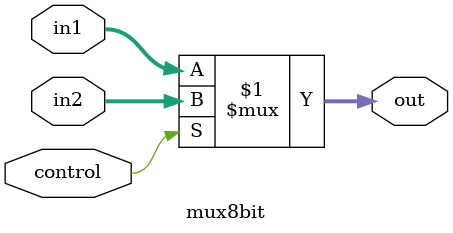
<source format=v>
module mux8bit(in1, in2, control, out);
  input[7:0] in1,in2;
  output[7:0] out;
  input control;
  assign out = (control) ? in2 : in1;
endmodule

</source>
